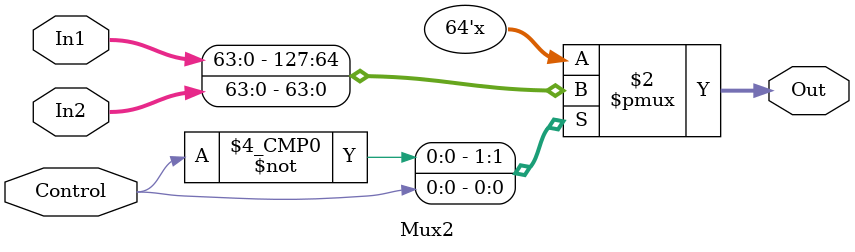
<source format=sv>
module Mux2(input logic Control, input logic [63:0] In1, In2, output logic [63:0]Out);
	always_comb begin
		case(Control)
		0:begin
			Out = In1;
		end
		1:begin
			Out = In2;
		end
		endcase // Control
	end

endmodule // mux
</source>
